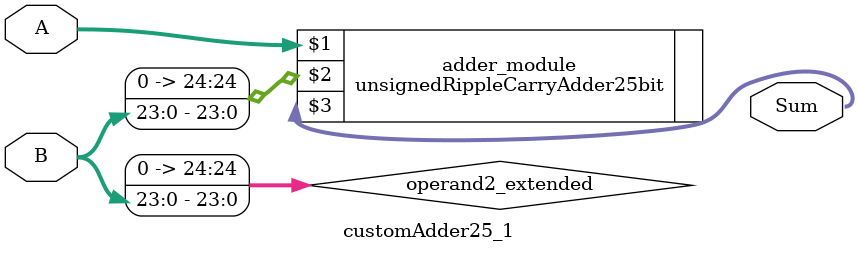
<source format=v>

module customAdder25_1(
                    input [24 : 0] A,
                    input [23 : 0] B,
                    
                    output [25 : 0] Sum
            );

    wire [24 : 0] operand2_extended;
    
    assign operand2_extended =  {1'b0, B};
    
    unsignedRippleCarryAdder25bit adder_module(
        A,
        operand2_extended,
        Sum
    );
    
endmodule
        
</source>
